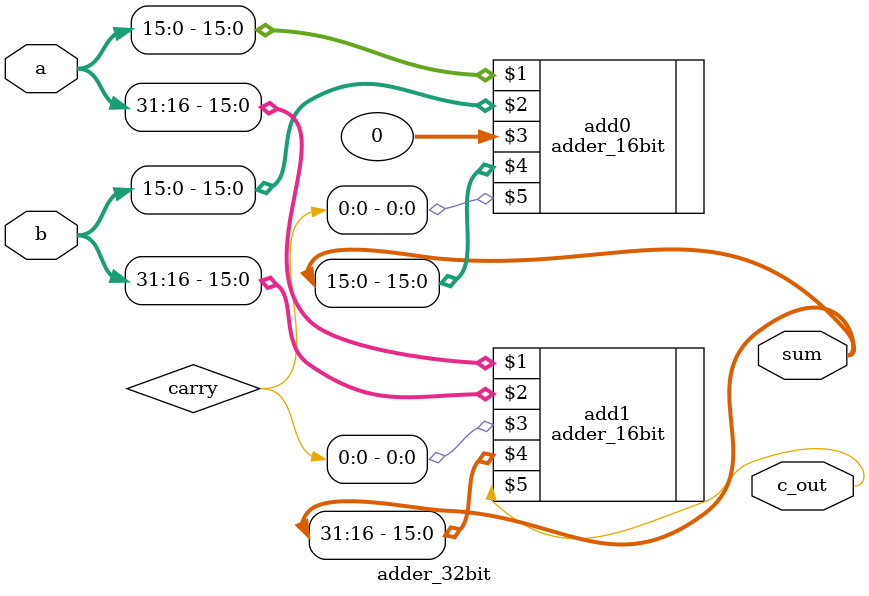
<source format=v>
`timescale 1ns / 1ps


module adder_32bit(
    input [31:0] a,
    input [31:0] b,
    output [31:0] sum,
    output c_out
    );
    wire [1:0] carry; // carry signal
    adder_16bit add0(a[15:0], b[15:0], 0, sum[15:0], carry[0]);
    adder_16bit add1(a[31:16], b[31:16], carry[0], sum[31:16], c_out);       
endmodule

</source>
